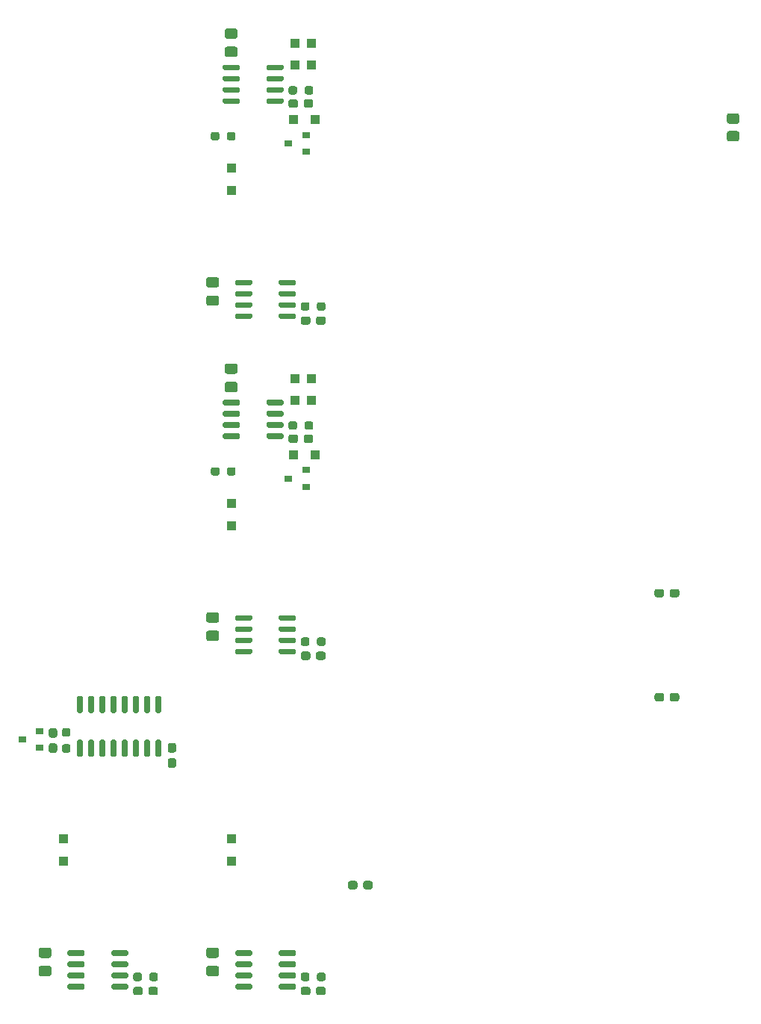
<source format=gbp>
%TF.GenerationSoftware,KiCad,Pcbnew,5.1.9-73d0e3b20d~88~ubuntu20.04.1*%
%TF.CreationDate,2021-03-17T19:49:15+01:00*%
%TF.ProjectId,TestBoard,54657374-426f-4617-9264-2e6b69636164,rev?*%
%TF.SameCoordinates,Original*%
%TF.FileFunction,Paste,Bot*%
%TF.FilePolarity,Positive*%
%FSLAX46Y46*%
G04 Gerber Fmt 4.6, Leading zero omitted, Abs format (unit mm)*
G04 Created by KiCad (PCBNEW 5.1.9-73d0e3b20d~88~ubuntu20.04.1) date 2021-03-17 19:49:15*
%MOMM*%
%LPD*%
G01*
G04 APERTURE LIST*
%ADD10R,0.900000X0.800000*%
%ADD11R,1.000000X1.000000*%
G04 APERTURE END LIST*
%TO.C,C17*%
G36*
G01*
X83637500Y-155375000D02*
X83162500Y-155375000D01*
G75*
G02*
X82925000Y-155137500I0J237500D01*
G01*
X82925000Y-154537500D01*
G75*
G02*
X83162500Y-154300000I237500J0D01*
G01*
X83637500Y-154300000D01*
G75*
G02*
X83875000Y-154537500I0J-237500D01*
G01*
X83875000Y-155137500D01*
G75*
G02*
X83637500Y-155375000I-237500J0D01*
G01*
G37*
G36*
G01*
X83637500Y-157100000D02*
X83162500Y-157100000D01*
G75*
G02*
X82925000Y-156862500I0J237500D01*
G01*
X82925000Y-156262500D01*
G75*
G02*
X83162500Y-156025000I237500J0D01*
G01*
X83637500Y-156025000D01*
G75*
G02*
X83875000Y-156262500I0J-237500D01*
G01*
X83875000Y-156862500D01*
G75*
G02*
X83637500Y-157100000I-237500J0D01*
G01*
G37*
%TD*%
%TO.C,U12*%
G36*
G01*
X95500000Y-182055000D02*
X95500000Y-181755000D01*
G75*
G02*
X95650000Y-181605000I150000J0D01*
G01*
X97300000Y-181605000D01*
G75*
G02*
X97450000Y-181755000I0J-150000D01*
G01*
X97450000Y-182055000D01*
G75*
G02*
X97300000Y-182205000I-150000J0D01*
G01*
X95650000Y-182205000D01*
G75*
G02*
X95500000Y-182055000I0J150000D01*
G01*
G37*
G36*
G01*
X95500000Y-180785000D02*
X95500000Y-180485000D01*
G75*
G02*
X95650000Y-180335000I150000J0D01*
G01*
X97300000Y-180335000D01*
G75*
G02*
X97450000Y-180485000I0J-150000D01*
G01*
X97450000Y-180785000D01*
G75*
G02*
X97300000Y-180935000I-150000J0D01*
G01*
X95650000Y-180935000D01*
G75*
G02*
X95500000Y-180785000I0J150000D01*
G01*
G37*
G36*
G01*
X95500000Y-179515000D02*
X95500000Y-179215000D01*
G75*
G02*
X95650000Y-179065000I150000J0D01*
G01*
X97300000Y-179065000D01*
G75*
G02*
X97450000Y-179215000I0J-150000D01*
G01*
X97450000Y-179515000D01*
G75*
G02*
X97300000Y-179665000I-150000J0D01*
G01*
X95650000Y-179665000D01*
G75*
G02*
X95500000Y-179515000I0J150000D01*
G01*
G37*
G36*
G01*
X95500000Y-178245000D02*
X95500000Y-177945000D01*
G75*
G02*
X95650000Y-177795000I150000J0D01*
G01*
X97300000Y-177795000D01*
G75*
G02*
X97450000Y-177945000I0J-150000D01*
G01*
X97450000Y-178245000D01*
G75*
G02*
X97300000Y-178395000I-150000J0D01*
G01*
X95650000Y-178395000D01*
G75*
G02*
X95500000Y-178245000I0J150000D01*
G01*
G37*
G36*
G01*
X90550000Y-178245000D02*
X90550000Y-177945000D01*
G75*
G02*
X90700000Y-177795000I150000J0D01*
G01*
X92350000Y-177795000D01*
G75*
G02*
X92500000Y-177945000I0J-150000D01*
G01*
X92500000Y-178245000D01*
G75*
G02*
X92350000Y-178395000I-150000J0D01*
G01*
X90700000Y-178395000D01*
G75*
G02*
X90550000Y-178245000I0J150000D01*
G01*
G37*
G36*
G01*
X90550000Y-179515000D02*
X90550000Y-179215000D01*
G75*
G02*
X90700000Y-179065000I150000J0D01*
G01*
X92350000Y-179065000D01*
G75*
G02*
X92500000Y-179215000I0J-150000D01*
G01*
X92500000Y-179515000D01*
G75*
G02*
X92350000Y-179665000I-150000J0D01*
G01*
X90700000Y-179665000D01*
G75*
G02*
X90550000Y-179515000I0J150000D01*
G01*
G37*
G36*
G01*
X90550000Y-180785000D02*
X90550000Y-180485000D01*
G75*
G02*
X90700000Y-180335000I150000J0D01*
G01*
X92350000Y-180335000D01*
G75*
G02*
X92500000Y-180485000I0J-150000D01*
G01*
X92500000Y-180785000D01*
G75*
G02*
X92350000Y-180935000I-150000J0D01*
G01*
X90700000Y-180935000D01*
G75*
G02*
X90550000Y-180785000I0J150000D01*
G01*
G37*
G36*
G01*
X90550000Y-182055000D02*
X90550000Y-181755000D01*
G75*
G02*
X90700000Y-181605000I150000J0D01*
G01*
X92350000Y-181605000D01*
G75*
G02*
X92500000Y-181755000I0J-150000D01*
G01*
X92500000Y-182055000D01*
G75*
G02*
X92350000Y-182205000I-150000J0D01*
G01*
X90700000Y-182205000D01*
G75*
G02*
X90550000Y-182055000I0J150000D01*
G01*
G37*
%TD*%
%TO.C,U11*%
G36*
G01*
X76500000Y-182055000D02*
X76500000Y-181755000D01*
G75*
G02*
X76650000Y-181605000I150000J0D01*
G01*
X78300000Y-181605000D01*
G75*
G02*
X78450000Y-181755000I0J-150000D01*
G01*
X78450000Y-182055000D01*
G75*
G02*
X78300000Y-182205000I-150000J0D01*
G01*
X76650000Y-182205000D01*
G75*
G02*
X76500000Y-182055000I0J150000D01*
G01*
G37*
G36*
G01*
X76500000Y-180785000D02*
X76500000Y-180485000D01*
G75*
G02*
X76650000Y-180335000I150000J0D01*
G01*
X78300000Y-180335000D01*
G75*
G02*
X78450000Y-180485000I0J-150000D01*
G01*
X78450000Y-180785000D01*
G75*
G02*
X78300000Y-180935000I-150000J0D01*
G01*
X76650000Y-180935000D01*
G75*
G02*
X76500000Y-180785000I0J150000D01*
G01*
G37*
G36*
G01*
X76500000Y-179515000D02*
X76500000Y-179215000D01*
G75*
G02*
X76650000Y-179065000I150000J0D01*
G01*
X78300000Y-179065000D01*
G75*
G02*
X78450000Y-179215000I0J-150000D01*
G01*
X78450000Y-179515000D01*
G75*
G02*
X78300000Y-179665000I-150000J0D01*
G01*
X76650000Y-179665000D01*
G75*
G02*
X76500000Y-179515000I0J150000D01*
G01*
G37*
G36*
G01*
X76500000Y-178245000D02*
X76500000Y-177945000D01*
G75*
G02*
X76650000Y-177795000I150000J0D01*
G01*
X78300000Y-177795000D01*
G75*
G02*
X78450000Y-177945000I0J-150000D01*
G01*
X78450000Y-178245000D01*
G75*
G02*
X78300000Y-178395000I-150000J0D01*
G01*
X76650000Y-178395000D01*
G75*
G02*
X76500000Y-178245000I0J150000D01*
G01*
G37*
G36*
G01*
X71550000Y-178245000D02*
X71550000Y-177945000D01*
G75*
G02*
X71700000Y-177795000I150000J0D01*
G01*
X73350000Y-177795000D01*
G75*
G02*
X73500000Y-177945000I0J-150000D01*
G01*
X73500000Y-178245000D01*
G75*
G02*
X73350000Y-178395000I-150000J0D01*
G01*
X71700000Y-178395000D01*
G75*
G02*
X71550000Y-178245000I0J150000D01*
G01*
G37*
G36*
G01*
X71550000Y-179515000D02*
X71550000Y-179215000D01*
G75*
G02*
X71700000Y-179065000I150000J0D01*
G01*
X73350000Y-179065000D01*
G75*
G02*
X73500000Y-179215000I0J-150000D01*
G01*
X73500000Y-179515000D01*
G75*
G02*
X73350000Y-179665000I-150000J0D01*
G01*
X71700000Y-179665000D01*
G75*
G02*
X71550000Y-179515000I0J150000D01*
G01*
G37*
G36*
G01*
X71550000Y-180785000D02*
X71550000Y-180485000D01*
G75*
G02*
X71700000Y-180335000I150000J0D01*
G01*
X73350000Y-180335000D01*
G75*
G02*
X73500000Y-180485000I0J-150000D01*
G01*
X73500000Y-180785000D01*
G75*
G02*
X73350000Y-180935000I-150000J0D01*
G01*
X71700000Y-180935000D01*
G75*
G02*
X71550000Y-180785000I0J150000D01*
G01*
G37*
G36*
G01*
X71550000Y-182055000D02*
X71550000Y-181755000D01*
G75*
G02*
X71700000Y-181605000I150000J0D01*
G01*
X73350000Y-181605000D01*
G75*
G02*
X73500000Y-181755000I0J-150000D01*
G01*
X73500000Y-182055000D01*
G75*
G02*
X73350000Y-182205000I-150000J0D01*
G01*
X71700000Y-182205000D01*
G75*
G02*
X71550000Y-182055000I0J150000D01*
G01*
G37*
%TD*%
%TO.C,U10*%
G36*
G01*
X94100000Y-81655000D02*
X94100000Y-81355000D01*
G75*
G02*
X94250000Y-81205000I150000J0D01*
G01*
X95900000Y-81205000D01*
G75*
G02*
X96050000Y-81355000I0J-150000D01*
G01*
X96050000Y-81655000D01*
G75*
G02*
X95900000Y-81805000I-150000J0D01*
G01*
X94250000Y-81805000D01*
G75*
G02*
X94100000Y-81655000I0J150000D01*
G01*
G37*
G36*
G01*
X94100000Y-80385000D02*
X94100000Y-80085000D01*
G75*
G02*
X94250000Y-79935000I150000J0D01*
G01*
X95900000Y-79935000D01*
G75*
G02*
X96050000Y-80085000I0J-150000D01*
G01*
X96050000Y-80385000D01*
G75*
G02*
X95900000Y-80535000I-150000J0D01*
G01*
X94250000Y-80535000D01*
G75*
G02*
X94100000Y-80385000I0J150000D01*
G01*
G37*
G36*
G01*
X94100000Y-79115000D02*
X94100000Y-78815000D01*
G75*
G02*
X94250000Y-78665000I150000J0D01*
G01*
X95900000Y-78665000D01*
G75*
G02*
X96050000Y-78815000I0J-150000D01*
G01*
X96050000Y-79115000D01*
G75*
G02*
X95900000Y-79265000I-150000J0D01*
G01*
X94250000Y-79265000D01*
G75*
G02*
X94100000Y-79115000I0J150000D01*
G01*
G37*
G36*
G01*
X94100000Y-77845000D02*
X94100000Y-77545000D01*
G75*
G02*
X94250000Y-77395000I150000J0D01*
G01*
X95900000Y-77395000D01*
G75*
G02*
X96050000Y-77545000I0J-150000D01*
G01*
X96050000Y-77845000D01*
G75*
G02*
X95900000Y-77995000I-150000J0D01*
G01*
X94250000Y-77995000D01*
G75*
G02*
X94100000Y-77845000I0J150000D01*
G01*
G37*
G36*
G01*
X89150000Y-77845000D02*
X89150000Y-77545000D01*
G75*
G02*
X89300000Y-77395000I150000J0D01*
G01*
X90950000Y-77395000D01*
G75*
G02*
X91100000Y-77545000I0J-150000D01*
G01*
X91100000Y-77845000D01*
G75*
G02*
X90950000Y-77995000I-150000J0D01*
G01*
X89300000Y-77995000D01*
G75*
G02*
X89150000Y-77845000I0J150000D01*
G01*
G37*
G36*
G01*
X89150000Y-79115000D02*
X89150000Y-78815000D01*
G75*
G02*
X89300000Y-78665000I150000J0D01*
G01*
X90950000Y-78665000D01*
G75*
G02*
X91100000Y-78815000I0J-150000D01*
G01*
X91100000Y-79115000D01*
G75*
G02*
X90950000Y-79265000I-150000J0D01*
G01*
X89300000Y-79265000D01*
G75*
G02*
X89150000Y-79115000I0J150000D01*
G01*
G37*
G36*
G01*
X89150000Y-80385000D02*
X89150000Y-80085000D01*
G75*
G02*
X89300000Y-79935000I150000J0D01*
G01*
X90950000Y-79935000D01*
G75*
G02*
X91100000Y-80085000I0J-150000D01*
G01*
X91100000Y-80385000D01*
G75*
G02*
X90950000Y-80535000I-150000J0D01*
G01*
X89300000Y-80535000D01*
G75*
G02*
X89150000Y-80385000I0J150000D01*
G01*
G37*
G36*
G01*
X89150000Y-81655000D02*
X89150000Y-81355000D01*
G75*
G02*
X89300000Y-81205000I150000J0D01*
G01*
X90950000Y-81205000D01*
G75*
G02*
X91100000Y-81355000I0J-150000D01*
G01*
X91100000Y-81655000D01*
G75*
G02*
X90950000Y-81805000I-150000J0D01*
G01*
X89300000Y-81805000D01*
G75*
G02*
X89150000Y-81655000I0J150000D01*
G01*
G37*
%TD*%
%TO.C,U9*%
G36*
G01*
X95500000Y-106055000D02*
X95500000Y-105755000D01*
G75*
G02*
X95650000Y-105605000I150000J0D01*
G01*
X97300000Y-105605000D01*
G75*
G02*
X97450000Y-105755000I0J-150000D01*
G01*
X97450000Y-106055000D01*
G75*
G02*
X97300000Y-106205000I-150000J0D01*
G01*
X95650000Y-106205000D01*
G75*
G02*
X95500000Y-106055000I0J150000D01*
G01*
G37*
G36*
G01*
X95500000Y-104785000D02*
X95500000Y-104485000D01*
G75*
G02*
X95650000Y-104335000I150000J0D01*
G01*
X97300000Y-104335000D01*
G75*
G02*
X97450000Y-104485000I0J-150000D01*
G01*
X97450000Y-104785000D01*
G75*
G02*
X97300000Y-104935000I-150000J0D01*
G01*
X95650000Y-104935000D01*
G75*
G02*
X95500000Y-104785000I0J150000D01*
G01*
G37*
G36*
G01*
X95500000Y-103515000D02*
X95500000Y-103215000D01*
G75*
G02*
X95650000Y-103065000I150000J0D01*
G01*
X97300000Y-103065000D01*
G75*
G02*
X97450000Y-103215000I0J-150000D01*
G01*
X97450000Y-103515000D01*
G75*
G02*
X97300000Y-103665000I-150000J0D01*
G01*
X95650000Y-103665000D01*
G75*
G02*
X95500000Y-103515000I0J150000D01*
G01*
G37*
G36*
G01*
X95500000Y-102245000D02*
X95500000Y-101945000D01*
G75*
G02*
X95650000Y-101795000I150000J0D01*
G01*
X97300000Y-101795000D01*
G75*
G02*
X97450000Y-101945000I0J-150000D01*
G01*
X97450000Y-102245000D01*
G75*
G02*
X97300000Y-102395000I-150000J0D01*
G01*
X95650000Y-102395000D01*
G75*
G02*
X95500000Y-102245000I0J150000D01*
G01*
G37*
G36*
G01*
X90550000Y-102245000D02*
X90550000Y-101945000D01*
G75*
G02*
X90700000Y-101795000I150000J0D01*
G01*
X92350000Y-101795000D01*
G75*
G02*
X92500000Y-101945000I0J-150000D01*
G01*
X92500000Y-102245000D01*
G75*
G02*
X92350000Y-102395000I-150000J0D01*
G01*
X90700000Y-102395000D01*
G75*
G02*
X90550000Y-102245000I0J150000D01*
G01*
G37*
G36*
G01*
X90550000Y-103515000D02*
X90550000Y-103215000D01*
G75*
G02*
X90700000Y-103065000I150000J0D01*
G01*
X92350000Y-103065000D01*
G75*
G02*
X92500000Y-103215000I0J-150000D01*
G01*
X92500000Y-103515000D01*
G75*
G02*
X92350000Y-103665000I-150000J0D01*
G01*
X90700000Y-103665000D01*
G75*
G02*
X90550000Y-103515000I0J150000D01*
G01*
G37*
G36*
G01*
X90550000Y-104785000D02*
X90550000Y-104485000D01*
G75*
G02*
X90700000Y-104335000I150000J0D01*
G01*
X92350000Y-104335000D01*
G75*
G02*
X92500000Y-104485000I0J-150000D01*
G01*
X92500000Y-104785000D01*
G75*
G02*
X92350000Y-104935000I-150000J0D01*
G01*
X90700000Y-104935000D01*
G75*
G02*
X90550000Y-104785000I0J150000D01*
G01*
G37*
G36*
G01*
X90550000Y-106055000D02*
X90550000Y-105755000D01*
G75*
G02*
X90700000Y-105605000I150000J0D01*
G01*
X92350000Y-105605000D01*
G75*
G02*
X92500000Y-105755000I0J-150000D01*
G01*
X92500000Y-106055000D01*
G75*
G02*
X92350000Y-106205000I-150000J0D01*
G01*
X90700000Y-106205000D01*
G75*
G02*
X90550000Y-106055000I0J150000D01*
G01*
G37*
%TD*%
%TO.C,U8*%
G36*
G01*
X94100000Y-119655000D02*
X94100000Y-119355000D01*
G75*
G02*
X94250000Y-119205000I150000J0D01*
G01*
X95900000Y-119205000D01*
G75*
G02*
X96050000Y-119355000I0J-150000D01*
G01*
X96050000Y-119655000D01*
G75*
G02*
X95900000Y-119805000I-150000J0D01*
G01*
X94250000Y-119805000D01*
G75*
G02*
X94100000Y-119655000I0J150000D01*
G01*
G37*
G36*
G01*
X94100000Y-118385000D02*
X94100000Y-118085000D01*
G75*
G02*
X94250000Y-117935000I150000J0D01*
G01*
X95900000Y-117935000D01*
G75*
G02*
X96050000Y-118085000I0J-150000D01*
G01*
X96050000Y-118385000D01*
G75*
G02*
X95900000Y-118535000I-150000J0D01*
G01*
X94250000Y-118535000D01*
G75*
G02*
X94100000Y-118385000I0J150000D01*
G01*
G37*
G36*
G01*
X94100000Y-117115000D02*
X94100000Y-116815000D01*
G75*
G02*
X94250000Y-116665000I150000J0D01*
G01*
X95900000Y-116665000D01*
G75*
G02*
X96050000Y-116815000I0J-150000D01*
G01*
X96050000Y-117115000D01*
G75*
G02*
X95900000Y-117265000I-150000J0D01*
G01*
X94250000Y-117265000D01*
G75*
G02*
X94100000Y-117115000I0J150000D01*
G01*
G37*
G36*
G01*
X94100000Y-115845000D02*
X94100000Y-115545000D01*
G75*
G02*
X94250000Y-115395000I150000J0D01*
G01*
X95900000Y-115395000D01*
G75*
G02*
X96050000Y-115545000I0J-150000D01*
G01*
X96050000Y-115845000D01*
G75*
G02*
X95900000Y-115995000I-150000J0D01*
G01*
X94250000Y-115995000D01*
G75*
G02*
X94100000Y-115845000I0J150000D01*
G01*
G37*
G36*
G01*
X89150000Y-115845000D02*
X89150000Y-115545000D01*
G75*
G02*
X89300000Y-115395000I150000J0D01*
G01*
X90950000Y-115395000D01*
G75*
G02*
X91100000Y-115545000I0J-150000D01*
G01*
X91100000Y-115845000D01*
G75*
G02*
X90950000Y-115995000I-150000J0D01*
G01*
X89300000Y-115995000D01*
G75*
G02*
X89150000Y-115845000I0J150000D01*
G01*
G37*
G36*
G01*
X89150000Y-117115000D02*
X89150000Y-116815000D01*
G75*
G02*
X89300000Y-116665000I150000J0D01*
G01*
X90950000Y-116665000D01*
G75*
G02*
X91100000Y-116815000I0J-150000D01*
G01*
X91100000Y-117115000D01*
G75*
G02*
X90950000Y-117265000I-150000J0D01*
G01*
X89300000Y-117265000D01*
G75*
G02*
X89150000Y-117115000I0J150000D01*
G01*
G37*
G36*
G01*
X89150000Y-118385000D02*
X89150000Y-118085000D01*
G75*
G02*
X89300000Y-117935000I150000J0D01*
G01*
X90950000Y-117935000D01*
G75*
G02*
X91100000Y-118085000I0J-150000D01*
G01*
X91100000Y-118385000D01*
G75*
G02*
X90950000Y-118535000I-150000J0D01*
G01*
X89300000Y-118535000D01*
G75*
G02*
X89150000Y-118385000I0J150000D01*
G01*
G37*
G36*
G01*
X89150000Y-119655000D02*
X89150000Y-119355000D01*
G75*
G02*
X89300000Y-119205000I150000J0D01*
G01*
X90950000Y-119205000D01*
G75*
G02*
X91100000Y-119355000I0J-150000D01*
G01*
X91100000Y-119655000D01*
G75*
G02*
X90950000Y-119805000I-150000J0D01*
G01*
X89300000Y-119805000D01*
G75*
G02*
X89150000Y-119655000I0J150000D01*
G01*
G37*
%TD*%
%TO.C,U7*%
G36*
G01*
X95500000Y-144055000D02*
X95500000Y-143755000D01*
G75*
G02*
X95650000Y-143605000I150000J0D01*
G01*
X97300000Y-143605000D01*
G75*
G02*
X97450000Y-143755000I0J-150000D01*
G01*
X97450000Y-144055000D01*
G75*
G02*
X97300000Y-144205000I-150000J0D01*
G01*
X95650000Y-144205000D01*
G75*
G02*
X95500000Y-144055000I0J150000D01*
G01*
G37*
G36*
G01*
X95500000Y-142785000D02*
X95500000Y-142485000D01*
G75*
G02*
X95650000Y-142335000I150000J0D01*
G01*
X97300000Y-142335000D01*
G75*
G02*
X97450000Y-142485000I0J-150000D01*
G01*
X97450000Y-142785000D01*
G75*
G02*
X97300000Y-142935000I-150000J0D01*
G01*
X95650000Y-142935000D01*
G75*
G02*
X95500000Y-142785000I0J150000D01*
G01*
G37*
G36*
G01*
X95500000Y-141515000D02*
X95500000Y-141215000D01*
G75*
G02*
X95650000Y-141065000I150000J0D01*
G01*
X97300000Y-141065000D01*
G75*
G02*
X97450000Y-141215000I0J-150000D01*
G01*
X97450000Y-141515000D01*
G75*
G02*
X97300000Y-141665000I-150000J0D01*
G01*
X95650000Y-141665000D01*
G75*
G02*
X95500000Y-141515000I0J150000D01*
G01*
G37*
G36*
G01*
X95500000Y-140245000D02*
X95500000Y-139945000D01*
G75*
G02*
X95650000Y-139795000I150000J0D01*
G01*
X97300000Y-139795000D01*
G75*
G02*
X97450000Y-139945000I0J-150000D01*
G01*
X97450000Y-140245000D01*
G75*
G02*
X97300000Y-140395000I-150000J0D01*
G01*
X95650000Y-140395000D01*
G75*
G02*
X95500000Y-140245000I0J150000D01*
G01*
G37*
G36*
G01*
X90550000Y-140245000D02*
X90550000Y-139945000D01*
G75*
G02*
X90700000Y-139795000I150000J0D01*
G01*
X92350000Y-139795000D01*
G75*
G02*
X92500000Y-139945000I0J-150000D01*
G01*
X92500000Y-140245000D01*
G75*
G02*
X92350000Y-140395000I-150000J0D01*
G01*
X90700000Y-140395000D01*
G75*
G02*
X90550000Y-140245000I0J150000D01*
G01*
G37*
G36*
G01*
X90550000Y-141515000D02*
X90550000Y-141215000D01*
G75*
G02*
X90700000Y-141065000I150000J0D01*
G01*
X92350000Y-141065000D01*
G75*
G02*
X92500000Y-141215000I0J-150000D01*
G01*
X92500000Y-141515000D01*
G75*
G02*
X92350000Y-141665000I-150000J0D01*
G01*
X90700000Y-141665000D01*
G75*
G02*
X90550000Y-141515000I0J150000D01*
G01*
G37*
G36*
G01*
X90550000Y-142785000D02*
X90550000Y-142485000D01*
G75*
G02*
X90700000Y-142335000I150000J0D01*
G01*
X92350000Y-142335000D01*
G75*
G02*
X92500000Y-142485000I0J-150000D01*
G01*
X92500000Y-142785000D01*
G75*
G02*
X92350000Y-142935000I-150000J0D01*
G01*
X90700000Y-142935000D01*
G75*
G02*
X90550000Y-142785000I0J150000D01*
G01*
G37*
G36*
G01*
X90550000Y-144055000D02*
X90550000Y-143755000D01*
G75*
G02*
X90700000Y-143605000I150000J0D01*
G01*
X92350000Y-143605000D01*
G75*
G02*
X92500000Y-143755000I0J-150000D01*
G01*
X92500000Y-144055000D01*
G75*
G02*
X92350000Y-144205000I-150000J0D01*
G01*
X90700000Y-144205000D01*
G75*
G02*
X90550000Y-144055000I0J150000D01*
G01*
G37*
%TD*%
%TO.C,U4*%
G36*
G01*
X72805000Y-153900000D02*
X73105000Y-153900000D01*
G75*
G02*
X73255000Y-154050000I0J-150000D01*
G01*
X73255000Y-155700000D01*
G75*
G02*
X73105000Y-155850000I-150000J0D01*
G01*
X72805000Y-155850000D01*
G75*
G02*
X72655000Y-155700000I0J150000D01*
G01*
X72655000Y-154050000D01*
G75*
G02*
X72805000Y-153900000I150000J0D01*
G01*
G37*
G36*
G01*
X74075000Y-153900000D02*
X74375000Y-153900000D01*
G75*
G02*
X74525000Y-154050000I0J-150000D01*
G01*
X74525000Y-155700000D01*
G75*
G02*
X74375000Y-155850000I-150000J0D01*
G01*
X74075000Y-155850000D01*
G75*
G02*
X73925000Y-155700000I0J150000D01*
G01*
X73925000Y-154050000D01*
G75*
G02*
X74075000Y-153900000I150000J0D01*
G01*
G37*
G36*
G01*
X75345000Y-153900000D02*
X75645000Y-153900000D01*
G75*
G02*
X75795000Y-154050000I0J-150000D01*
G01*
X75795000Y-155700000D01*
G75*
G02*
X75645000Y-155850000I-150000J0D01*
G01*
X75345000Y-155850000D01*
G75*
G02*
X75195000Y-155700000I0J150000D01*
G01*
X75195000Y-154050000D01*
G75*
G02*
X75345000Y-153900000I150000J0D01*
G01*
G37*
G36*
G01*
X76615000Y-153900000D02*
X76915000Y-153900000D01*
G75*
G02*
X77065000Y-154050000I0J-150000D01*
G01*
X77065000Y-155700000D01*
G75*
G02*
X76915000Y-155850000I-150000J0D01*
G01*
X76615000Y-155850000D01*
G75*
G02*
X76465000Y-155700000I0J150000D01*
G01*
X76465000Y-154050000D01*
G75*
G02*
X76615000Y-153900000I150000J0D01*
G01*
G37*
G36*
G01*
X77885000Y-153900000D02*
X78185000Y-153900000D01*
G75*
G02*
X78335000Y-154050000I0J-150000D01*
G01*
X78335000Y-155700000D01*
G75*
G02*
X78185000Y-155850000I-150000J0D01*
G01*
X77885000Y-155850000D01*
G75*
G02*
X77735000Y-155700000I0J150000D01*
G01*
X77735000Y-154050000D01*
G75*
G02*
X77885000Y-153900000I150000J0D01*
G01*
G37*
G36*
G01*
X79155000Y-153900000D02*
X79455000Y-153900000D01*
G75*
G02*
X79605000Y-154050000I0J-150000D01*
G01*
X79605000Y-155700000D01*
G75*
G02*
X79455000Y-155850000I-150000J0D01*
G01*
X79155000Y-155850000D01*
G75*
G02*
X79005000Y-155700000I0J150000D01*
G01*
X79005000Y-154050000D01*
G75*
G02*
X79155000Y-153900000I150000J0D01*
G01*
G37*
G36*
G01*
X80425000Y-153900000D02*
X80725000Y-153900000D01*
G75*
G02*
X80875000Y-154050000I0J-150000D01*
G01*
X80875000Y-155700000D01*
G75*
G02*
X80725000Y-155850000I-150000J0D01*
G01*
X80425000Y-155850000D01*
G75*
G02*
X80275000Y-155700000I0J150000D01*
G01*
X80275000Y-154050000D01*
G75*
G02*
X80425000Y-153900000I150000J0D01*
G01*
G37*
G36*
G01*
X81695000Y-153900000D02*
X81995000Y-153900000D01*
G75*
G02*
X82145000Y-154050000I0J-150000D01*
G01*
X82145000Y-155700000D01*
G75*
G02*
X81995000Y-155850000I-150000J0D01*
G01*
X81695000Y-155850000D01*
G75*
G02*
X81545000Y-155700000I0J150000D01*
G01*
X81545000Y-154050000D01*
G75*
G02*
X81695000Y-153900000I150000J0D01*
G01*
G37*
G36*
G01*
X81695000Y-148950000D02*
X81995000Y-148950000D01*
G75*
G02*
X82145000Y-149100000I0J-150000D01*
G01*
X82145000Y-150750000D01*
G75*
G02*
X81995000Y-150900000I-150000J0D01*
G01*
X81695000Y-150900000D01*
G75*
G02*
X81545000Y-150750000I0J150000D01*
G01*
X81545000Y-149100000D01*
G75*
G02*
X81695000Y-148950000I150000J0D01*
G01*
G37*
G36*
G01*
X80425000Y-148950000D02*
X80725000Y-148950000D01*
G75*
G02*
X80875000Y-149100000I0J-150000D01*
G01*
X80875000Y-150750000D01*
G75*
G02*
X80725000Y-150900000I-150000J0D01*
G01*
X80425000Y-150900000D01*
G75*
G02*
X80275000Y-150750000I0J150000D01*
G01*
X80275000Y-149100000D01*
G75*
G02*
X80425000Y-148950000I150000J0D01*
G01*
G37*
G36*
G01*
X79155000Y-148950000D02*
X79455000Y-148950000D01*
G75*
G02*
X79605000Y-149100000I0J-150000D01*
G01*
X79605000Y-150750000D01*
G75*
G02*
X79455000Y-150900000I-150000J0D01*
G01*
X79155000Y-150900000D01*
G75*
G02*
X79005000Y-150750000I0J150000D01*
G01*
X79005000Y-149100000D01*
G75*
G02*
X79155000Y-148950000I150000J0D01*
G01*
G37*
G36*
G01*
X77885000Y-148950000D02*
X78185000Y-148950000D01*
G75*
G02*
X78335000Y-149100000I0J-150000D01*
G01*
X78335000Y-150750000D01*
G75*
G02*
X78185000Y-150900000I-150000J0D01*
G01*
X77885000Y-150900000D01*
G75*
G02*
X77735000Y-150750000I0J150000D01*
G01*
X77735000Y-149100000D01*
G75*
G02*
X77885000Y-148950000I150000J0D01*
G01*
G37*
G36*
G01*
X76615000Y-148950000D02*
X76915000Y-148950000D01*
G75*
G02*
X77065000Y-149100000I0J-150000D01*
G01*
X77065000Y-150750000D01*
G75*
G02*
X76915000Y-150900000I-150000J0D01*
G01*
X76615000Y-150900000D01*
G75*
G02*
X76465000Y-150750000I0J150000D01*
G01*
X76465000Y-149100000D01*
G75*
G02*
X76615000Y-148950000I150000J0D01*
G01*
G37*
G36*
G01*
X75345000Y-148950000D02*
X75645000Y-148950000D01*
G75*
G02*
X75795000Y-149100000I0J-150000D01*
G01*
X75795000Y-150750000D01*
G75*
G02*
X75645000Y-150900000I-150000J0D01*
G01*
X75345000Y-150900000D01*
G75*
G02*
X75195000Y-150750000I0J150000D01*
G01*
X75195000Y-149100000D01*
G75*
G02*
X75345000Y-148950000I150000J0D01*
G01*
G37*
G36*
G01*
X74075000Y-148950000D02*
X74375000Y-148950000D01*
G75*
G02*
X74525000Y-149100000I0J-150000D01*
G01*
X74525000Y-150750000D01*
G75*
G02*
X74375000Y-150900000I-150000J0D01*
G01*
X74075000Y-150900000D01*
G75*
G02*
X73925000Y-150750000I0J150000D01*
G01*
X73925000Y-149100000D01*
G75*
G02*
X74075000Y-148950000I150000J0D01*
G01*
G37*
G36*
G01*
X72805000Y-148950000D02*
X73105000Y-148950000D01*
G75*
G02*
X73255000Y-149100000I0J-150000D01*
G01*
X73255000Y-150750000D01*
G75*
G02*
X73105000Y-150900000I-150000J0D01*
G01*
X72805000Y-150900000D01*
G75*
G02*
X72655000Y-150750000I0J150000D01*
G01*
X72655000Y-149100000D01*
G75*
G02*
X72805000Y-148950000I150000J0D01*
G01*
G37*
%TD*%
D10*
%TO.C,U1*%
X66400000Y-153900000D03*
X68400000Y-154850000D03*
X68400000Y-152950000D03*
%TD*%
%TO.C,R10*%
G36*
G01*
X99825000Y-181037500D02*
X99825000Y-180562500D01*
G75*
G02*
X100062500Y-180325000I237500J0D01*
G01*
X100562500Y-180325000D01*
G75*
G02*
X100800000Y-180562500I0J-237500D01*
G01*
X100800000Y-181037500D01*
G75*
G02*
X100562500Y-181275000I-237500J0D01*
G01*
X100062500Y-181275000D01*
G75*
G02*
X99825000Y-181037500I0J237500D01*
G01*
G37*
G36*
G01*
X98000000Y-181037500D02*
X98000000Y-180562500D01*
G75*
G02*
X98237500Y-180325000I237500J0D01*
G01*
X98737500Y-180325000D01*
G75*
G02*
X98975000Y-180562500I0J-237500D01*
G01*
X98975000Y-181037500D01*
G75*
G02*
X98737500Y-181275000I-237500J0D01*
G01*
X98237500Y-181275000D01*
G75*
G02*
X98000000Y-181037500I0J237500D01*
G01*
G37*
%TD*%
%TO.C,R9*%
G36*
G01*
X80825000Y-181037500D02*
X80825000Y-180562500D01*
G75*
G02*
X81062500Y-180325000I237500J0D01*
G01*
X81562500Y-180325000D01*
G75*
G02*
X81800000Y-180562500I0J-237500D01*
G01*
X81800000Y-181037500D01*
G75*
G02*
X81562500Y-181275000I-237500J0D01*
G01*
X81062500Y-181275000D01*
G75*
G02*
X80825000Y-181037500I0J237500D01*
G01*
G37*
G36*
G01*
X79000000Y-181037500D02*
X79000000Y-180562500D01*
G75*
G02*
X79237500Y-180325000I237500J0D01*
G01*
X79737500Y-180325000D01*
G75*
G02*
X79975000Y-180562500I0J-237500D01*
G01*
X79975000Y-181037500D01*
G75*
G02*
X79737500Y-181275000I-237500J0D01*
G01*
X79237500Y-181275000D01*
G75*
G02*
X79000000Y-181037500I0J237500D01*
G01*
G37*
%TD*%
%TO.C,R8*%
G36*
G01*
X89625000Y-85737500D02*
X89625000Y-85262500D01*
G75*
G02*
X89862500Y-85025000I237500J0D01*
G01*
X90362500Y-85025000D01*
G75*
G02*
X90600000Y-85262500I0J-237500D01*
G01*
X90600000Y-85737500D01*
G75*
G02*
X90362500Y-85975000I-237500J0D01*
G01*
X89862500Y-85975000D01*
G75*
G02*
X89625000Y-85737500I0J237500D01*
G01*
G37*
G36*
G01*
X87800000Y-85737500D02*
X87800000Y-85262500D01*
G75*
G02*
X88037500Y-85025000I237500J0D01*
G01*
X88537500Y-85025000D01*
G75*
G02*
X88775000Y-85262500I0J-237500D01*
G01*
X88775000Y-85737500D01*
G75*
G02*
X88537500Y-85975000I-237500J0D01*
G01*
X88037500Y-85975000D01*
G75*
G02*
X87800000Y-85737500I0J237500D01*
G01*
G37*
%TD*%
%TO.C,R7*%
G36*
G01*
X98425000Y-80537500D02*
X98425000Y-80062500D01*
G75*
G02*
X98662500Y-79825000I237500J0D01*
G01*
X99162500Y-79825000D01*
G75*
G02*
X99400000Y-80062500I0J-237500D01*
G01*
X99400000Y-80537500D01*
G75*
G02*
X99162500Y-80775000I-237500J0D01*
G01*
X98662500Y-80775000D01*
G75*
G02*
X98425000Y-80537500I0J237500D01*
G01*
G37*
G36*
G01*
X96600000Y-80537500D02*
X96600000Y-80062500D01*
G75*
G02*
X96837500Y-79825000I237500J0D01*
G01*
X97337500Y-79825000D01*
G75*
G02*
X97575000Y-80062500I0J-237500D01*
G01*
X97575000Y-80537500D01*
G75*
G02*
X97337500Y-80775000I-237500J0D01*
G01*
X96837500Y-80775000D01*
G75*
G02*
X96600000Y-80537500I0J237500D01*
G01*
G37*
%TD*%
%TO.C,R6*%
G36*
G01*
X99825000Y-105037500D02*
X99825000Y-104562500D01*
G75*
G02*
X100062500Y-104325000I237500J0D01*
G01*
X100562500Y-104325000D01*
G75*
G02*
X100800000Y-104562500I0J-237500D01*
G01*
X100800000Y-105037500D01*
G75*
G02*
X100562500Y-105275000I-237500J0D01*
G01*
X100062500Y-105275000D01*
G75*
G02*
X99825000Y-105037500I0J237500D01*
G01*
G37*
G36*
G01*
X98000000Y-105037500D02*
X98000000Y-104562500D01*
G75*
G02*
X98237500Y-104325000I237500J0D01*
G01*
X98737500Y-104325000D01*
G75*
G02*
X98975000Y-104562500I0J-237500D01*
G01*
X98975000Y-105037500D01*
G75*
G02*
X98737500Y-105275000I-237500J0D01*
G01*
X98237500Y-105275000D01*
G75*
G02*
X98000000Y-105037500I0J237500D01*
G01*
G37*
%TD*%
%TO.C,R5*%
G36*
G01*
X89625000Y-123737500D02*
X89625000Y-123262500D01*
G75*
G02*
X89862500Y-123025000I237500J0D01*
G01*
X90362500Y-123025000D01*
G75*
G02*
X90600000Y-123262500I0J-237500D01*
G01*
X90600000Y-123737500D01*
G75*
G02*
X90362500Y-123975000I-237500J0D01*
G01*
X89862500Y-123975000D01*
G75*
G02*
X89625000Y-123737500I0J237500D01*
G01*
G37*
G36*
G01*
X87800000Y-123737500D02*
X87800000Y-123262500D01*
G75*
G02*
X88037500Y-123025000I237500J0D01*
G01*
X88537500Y-123025000D01*
G75*
G02*
X88775000Y-123262500I0J-237500D01*
G01*
X88775000Y-123737500D01*
G75*
G02*
X88537500Y-123975000I-237500J0D01*
G01*
X88037500Y-123975000D01*
G75*
G02*
X87800000Y-123737500I0J237500D01*
G01*
G37*
%TD*%
%TO.C,R4*%
G36*
G01*
X98425000Y-118537500D02*
X98425000Y-118062500D01*
G75*
G02*
X98662500Y-117825000I237500J0D01*
G01*
X99162500Y-117825000D01*
G75*
G02*
X99400000Y-118062500I0J-237500D01*
G01*
X99400000Y-118537500D01*
G75*
G02*
X99162500Y-118775000I-237500J0D01*
G01*
X98662500Y-118775000D01*
G75*
G02*
X98425000Y-118537500I0J237500D01*
G01*
G37*
G36*
G01*
X96600000Y-118537500D02*
X96600000Y-118062500D01*
G75*
G02*
X96837500Y-117825000I237500J0D01*
G01*
X97337500Y-117825000D01*
G75*
G02*
X97575000Y-118062500I0J-237500D01*
G01*
X97575000Y-118537500D01*
G75*
G02*
X97337500Y-118775000I-237500J0D01*
G01*
X96837500Y-118775000D01*
G75*
G02*
X96600000Y-118537500I0J237500D01*
G01*
G37*
%TD*%
%TO.C,R3*%
G36*
G01*
X99825000Y-143037500D02*
X99825000Y-142562500D01*
G75*
G02*
X100062500Y-142325000I237500J0D01*
G01*
X100562500Y-142325000D01*
G75*
G02*
X100800000Y-142562500I0J-237500D01*
G01*
X100800000Y-143037500D01*
G75*
G02*
X100562500Y-143275000I-237500J0D01*
G01*
X100062500Y-143275000D01*
G75*
G02*
X99825000Y-143037500I0J237500D01*
G01*
G37*
G36*
G01*
X98000000Y-143037500D02*
X98000000Y-142562500D01*
G75*
G02*
X98237500Y-142325000I237500J0D01*
G01*
X98737500Y-142325000D01*
G75*
G02*
X98975000Y-142562500I0J-237500D01*
G01*
X98975000Y-143037500D01*
G75*
G02*
X98737500Y-143275000I-237500J0D01*
G01*
X98237500Y-143275000D01*
G75*
G02*
X98000000Y-143037500I0J237500D01*
G01*
G37*
%TD*%
%TO.C,R2*%
G36*
G01*
X147450001Y-84100000D02*
X146549999Y-84100000D01*
G75*
G02*
X146300000Y-83850001I0J249999D01*
G01*
X146300000Y-83149999D01*
G75*
G02*
X146549999Y-82900000I249999J0D01*
G01*
X147450001Y-82900000D01*
G75*
G02*
X147700000Y-83149999I0J-249999D01*
G01*
X147700000Y-83850001D01*
G75*
G02*
X147450001Y-84100000I-249999J0D01*
G01*
G37*
G36*
G01*
X147450001Y-86100000D02*
X146549999Y-86100000D01*
G75*
G02*
X146300000Y-85850001I0J249999D01*
G01*
X146300000Y-85149999D01*
G75*
G02*
X146549999Y-84900000I249999J0D01*
G01*
X147450001Y-84900000D01*
G75*
G02*
X147700000Y-85149999I0J-249999D01*
G01*
X147700000Y-85850001D01*
G75*
G02*
X147450001Y-86100000I-249999J0D01*
G01*
G37*
%TD*%
%TO.C,R1*%
G36*
G01*
X71637500Y-153575000D02*
X71162500Y-153575000D01*
G75*
G02*
X70925000Y-153337500I0J237500D01*
G01*
X70925000Y-152837500D01*
G75*
G02*
X71162500Y-152600000I237500J0D01*
G01*
X71637500Y-152600000D01*
G75*
G02*
X71875000Y-152837500I0J-237500D01*
G01*
X71875000Y-153337500D01*
G75*
G02*
X71637500Y-153575000I-237500J0D01*
G01*
G37*
G36*
G01*
X71637500Y-155400000D02*
X71162500Y-155400000D01*
G75*
G02*
X70925000Y-155162500I0J237500D01*
G01*
X70925000Y-154662500D01*
G75*
G02*
X71162500Y-154425000I237500J0D01*
G01*
X71637500Y-154425000D01*
G75*
G02*
X71875000Y-154662500I0J-237500D01*
G01*
X71875000Y-155162500D01*
G75*
G02*
X71637500Y-155400000I-237500J0D01*
G01*
G37*
%TD*%
%TO.C,Q2*%
X96600000Y-86300000D03*
X98600000Y-87250000D03*
X98600000Y-85350000D03*
%TD*%
%TO.C,Q1*%
X96600000Y-124300000D03*
X98600000Y-125250000D03*
X98600000Y-123350000D03*
%TD*%
D11*
%TO.C,D10*%
X90100000Y-167650000D03*
X90100000Y-165150000D03*
%TD*%
%TO.C,D9*%
X71100000Y-167650000D03*
X71100000Y-165150000D03*
%TD*%
%TO.C,D8*%
X99650000Y-83600000D03*
X97150000Y-83600000D03*
%TD*%
%TO.C,D7*%
X99200000Y-77450000D03*
X99200000Y-74950000D03*
%TD*%
%TO.C,D6*%
X97300000Y-77450000D03*
X97300000Y-74950000D03*
%TD*%
%TO.C,D5*%
X90100000Y-91650000D03*
X90100000Y-89150000D03*
%TD*%
%TO.C,D4*%
X99650000Y-121600000D03*
X97150000Y-121600000D03*
%TD*%
%TO.C,D3*%
X99200000Y-115450000D03*
X99200000Y-112950000D03*
%TD*%
%TO.C,D2*%
X97300000Y-115450000D03*
X97300000Y-112950000D03*
%TD*%
%TO.C,D1*%
X90100000Y-129650000D03*
X90100000Y-127150000D03*
%TD*%
%TO.C,C16*%
G36*
G01*
X88475000Y-178650000D02*
X87525000Y-178650000D01*
G75*
G02*
X87275000Y-178400000I0J250000D01*
G01*
X87275000Y-177725000D01*
G75*
G02*
X87525000Y-177475000I250000J0D01*
G01*
X88475000Y-177475000D01*
G75*
G02*
X88725000Y-177725000I0J-250000D01*
G01*
X88725000Y-178400000D01*
G75*
G02*
X88475000Y-178650000I-250000J0D01*
G01*
G37*
G36*
G01*
X88475000Y-180725000D02*
X87525000Y-180725000D01*
G75*
G02*
X87275000Y-180475000I0J250000D01*
G01*
X87275000Y-179800000D01*
G75*
G02*
X87525000Y-179550000I250000J0D01*
G01*
X88475000Y-179550000D01*
G75*
G02*
X88725000Y-179800000I0J-250000D01*
G01*
X88725000Y-180475000D01*
G75*
G02*
X88475000Y-180725000I-250000J0D01*
G01*
G37*
%TD*%
%TO.C,C15*%
G36*
G01*
X99725000Y-182637500D02*
X99725000Y-182162500D01*
G75*
G02*
X99962500Y-181925000I237500J0D01*
G01*
X100562500Y-181925000D01*
G75*
G02*
X100800000Y-182162500I0J-237500D01*
G01*
X100800000Y-182637500D01*
G75*
G02*
X100562500Y-182875000I-237500J0D01*
G01*
X99962500Y-182875000D01*
G75*
G02*
X99725000Y-182637500I0J237500D01*
G01*
G37*
G36*
G01*
X98000000Y-182637500D02*
X98000000Y-182162500D01*
G75*
G02*
X98237500Y-181925000I237500J0D01*
G01*
X98837500Y-181925000D01*
G75*
G02*
X99075000Y-182162500I0J-237500D01*
G01*
X99075000Y-182637500D01*
G75*
G02*
X98837500Y-182875000I-237500J0D01*
G01*
X98237500Y-182875000D01*
G75*
G02*
X98000000Y-182637500I0J237500D01*
G01*
G37*
%TD*%
%TO.C,C14*%
G36*
G01*
X69475000Y-178650000D02*
X68525000Y-178650000D01*
G75*
G02*
X68275000Y-178400000I0J250000D01*
G01*
X68275000Y-177725000D01*
G75*
G02*
X68525000Y-177475000I250000J0D01*
G01*
X69475000Y-177475000D01*
G75*
G02*
X69725000Y-177725000I0J-250000D01*
G01*
X69725000Y-178400000D01*
G75*
G02*
X69475000Y-178650000I-250000J0D01*
G01*
G37*
G36*
G01*
X69475000Y-180725000D02*
X68525000Y-180725000D01*
G75*
G02*
X68275000Y-180475000I0J250000D01*
G01*
X68275000Y-179800000D01*
G75*
G02*
X68525000Y-179550000I250000J0D01*
G01*
X69475000Y-179550000D01*
G75*
G02*
X69725000Y-179800000I0J-250000D01*
G01*
X69725000Y-180475000D01*
G75*
G02*
X69475000Y-180725000I-250000J0D01*
G01*
G37*
%TD*%
%TO.C,C13*%
G36*
G01*
X80725000Y-182637500D02*
X80725000Y-182162500D01*
G75*
G02*
X80962500Y-181925000I237500J0D01*
G01*
X81562500Y-181925000D01*
G75*
G02*
X81800000Y-182162500I0J-237500D01*
G01*
X81800000Y-182637500D01*
G75*
G02*
X81562500Y-182875000I-237500J0D01*
G01*
X80962500Y-182875000D01*
G75*
G02*
X80725000Y-182637500I0J237500D01*
G01*
G37*
G36*
G01*
X79000000Y-182637500D02*
X79000000Y-182162500D01*
G75*
G02*
X79237500Y-181925000I237500J0D01*
G01*
X79837500Y-181925000D01*
G75*
G02*
X80075000Y-182162500I0J-237500D01*
G01*
X80075000Y-182637500D01*
G75*
G02*
X79837500Y-182875000I-237500J0D01*
G01*
X79237500Y-182875000D01*
G75*
G02*
X79000000Y-182637500I0J237500D01*
G01*
G37*
%TD*%
%TO.C,C12*%
G36*
G01*
X89625000Y-75350000D02*
X90575000Y-75350000D01*
G75*
G02*
X90825000Y-75600000I0J-250000D01*
G01*
X90825000Y-76275000D01*
G75*
G02*
X90575000Y-76525000I-250000J0D01*
G01*
X89625000Y-76525000D01*
G75*
G02*
X89375000Y-76275000I0J250000D01*
G01*
X89375000Y-75600000D01*
G75*
G02*
X89625000Y-75350000I250000J0D01*
G01*
G37*
G36*
G01*
X89625000Y-73275000D02*
X90575000Y-73275000D01*
G75*
G02*
X90825000Y-73525000I0J-250000D01*
G01*
X90825000Y-74200000D01*
G75*
G02*
X90575000Y-74450000I-250000J0D01*
G01*
X89625000Y-74450000D01*
G75*
G02*
X89375000Y-74200000I0J250000D01*
G01*
X89375000Y-73525000D01*
G75*
G02*
X89625000Y-73275000I250000J0D01*
G01*
G37*
%TD*%
%TO.C,C11*%
G36*
G01*
X98325000Y-82037500D02*
X98325000Y-81562500D01*
G75*
G02*
X98562500Y-81325000I237500J0D01*
G01*
X99162500Y-81325000D01*
G75*
G02*
X99400000Y-81562500I0J-237500D01*
G01*
X99400000Y-82037500D01*
G75*
G02*
X99162500Y-82275000I-237500J0D01*
G01*
X98562500Y-82275000D01*
G75*
G02*
X98325000Y-82037500I0J237500D01*
G01*
G37*
G36*
G01*
X96600000Y-82037500D02*
X96600000Y-81562500D01*
G75*
G02*
X96837500Y-81325000I237500J0D01*
G01*
X97437500Y-81325000D01*
G75*
G02*
X97675000Y-81562500I0J-237500D01*
G01*
X97675000Y-82037500D01*
G75*
G02*
X97437500Y-82275000I-237500J0D01*
G01*
X96837500Y-82275000D01*
G75*
G02*
X96600000Y-82037500I0J237500D01*
G01*
G37*
%TD*%
%TO.C,C10*%
G36*
G01*
X88475000Y-102650000D02*
X87525000Y-102650000D01*
G75*
G02*
X87275000Y-102400000I0J250000D01*
G01*
X87275000Y-101725000D01*
G75*
G02*
X87525000Y-101475000I250000J0D01*
G01*
X88475000Y-101475000D01*
G75*
G02*
X88725000Y-101725000I0J-250000D01*
G01*
X88725000Y-102400000D01*
G75*
G02*
X88475000Y-102650000I-250000J0D01*
G01*
G37*
G36*
G01*
X88475000Y-104725000D02*
X87525000Y-104725000D01*
G75*
G02*
X87275000Y-104475000I0J250000D01*
G01*
X87275000Y-103800000D01*
G75*
G02*
X87525000Y-103550000I250000J0D01*
G01*
X88475000Y-103550000D01*
G75*
G02*
X88725000Y-103800000I0J-250000D01*
G01*
X88725000Y-104475000D01*
G75*
G02*
X88475000Y-104725000I-250000J0D01*
G01*
G37*
%TD*%
%TO.C,C9*%
G36*
G01*
X99725000Y-106637500D02*
X99725000Y-106162500D01*
G75*
G02*
X99962500Y-105925000I237500J0D01*
G01*
X100562500Y-105925000D01*
G75*
G02*
X100800000Y-106162500I0J-237500D01*
G01*
X100800000Y-106637500D01*
G75*
G02*
X100562500Y-106875000I-237500J0D01*
G01*
X99962500Y-106875000D01*
G75*
G02*
X99725000Y-106637500I0J237500D01*
G01*
G37*
G36*
G01*
X98000000Y-106637500D02*
X98000000Y-106162500D01*
G75*
G02*
X98237500Y-105925000I237500J0D01*
G01*
X98837500Y-105925000D01*
G75*
G02*
X99075000Y-106162500I0J-237500D01*
G01*
X99075000Y-106637500D01*
G75*
G02*
X98837500Y-106875000I-237500J0D01*
G01*
X98237500Y-106875000D01*
G75*
G02*
X98000000Y-106637500I0J237500D01*
G01*
G37*
%TD*%
%TO.C,C8*%
G36*
G01*
X89625000Y-113350000D02*
X90575000Y-113350000D01*
G75*
G02*
X90825000Y-113600000I0J-250000D01*
G01*
X90825000Y-114275000D01*
G75*
G02*
X90575000Y-114525000I-250000J0D01*
G01*
X89625000Y-114525000D01*
G75*
G02*
X89375000Y-114275000I0J250000D01*
G01*
X89375000Y-113600000D01*
G75*
G02*
X89625000Y-113350000I250000J0D01*
G01*
G37*
G36*
G01*
X89625000Y-111275000D02*
X90575000Y-111275000D01*
G75*
G02*
X90825000Y-111525000I0J-250000D01*
G01*
X90825000Y-112200000D01*
G75*
G02*
X90575000Y-112450000I-250000J0D01*
G01*
X89625000Y-112450000D01*
G75*
G02*
X89375000Y-112200000I0J250000D01*
G01*
X89375000Y-111525000D01*
G75*
G02*
X89625000Y-111275000I250000J0D01*
G01*
G37*
%TD*%
%TO.C,C7*%
G36*
G01*
X98325000Y-120037500D02*
X98325000Y-119562500D01*
G75*
G02*
X98562500Y-119325000I237500J0D01*
G01*
X99162500Y-119325000D01*
G75*
G02*
X99400000Y-119562500I0J-237500D01*
G01*
X99400000Y-120037500D01*
G75*
G02*
X99162500Y-120275000I-237500J0D01*
G01*
X98562500Y-120275000D01*
G75*
G02*
X98325000Y-120037500I0J237500D01*
G01*
G37*
G36*
G01*
X96600000Y-120037500D02*
X96600000Y-119562500D01*
G75*
G02*
X96837500Y-119325000I237500J0D01*
G01*
X97437500Y-119325000D01*
G75*
G02*
X97675000Y-119562500I0J-237500D01*
G01*
X97675000Y-120037500D01*
G75*
G02*
X97437500Y-120275000I-237500J0D01*
G01*
X96837500Y-120275000D01*
G75*
G02*
X96600000Y-120037500I0J237500D01*
G01*
G37*
%TD*%
%TO.C,C6*%
G36*
G01*
X88475000Y-140650000D02*
X87525000Y-140650000D01*
G75*
G02*
X87275000Y-140400000I0J250000D01*
G01*
X87275000Y-139725000D01*
G75*
G02*
X87525000Y-139475000I250000J0D01*
G01*
X88475000Y-139475000D01*
G75*
G02*
X88725000Y-139725000I0J-250000D01*
G01*
X88725000Y-140400000D01*
G75*
G02*
X88475000Y-140650000I-250000J0D01*
G01*
G37*
G36*
G01*
X88475000Y-142725000D02*
X87525000Y-142725000D01*
G75*
G02*
X87275000Y-142475000I0J250000D01*
G01*
X87275000Y-141800000D01*
G75*
G02*
X87525000Y-141550000I250000J0D01*
G01*
X88475000Y-141550000D01*
G75*
G02*
X88725000Y-141800000I0J-250000D01*
G01*
X88725000Y-142475000D01*
G75*
G02*
X88475000Y-142725000I-250000J0D01*
G01*
G37*
%TD*%
%TO.C,C5*%
G36*
G01*
X99725000Y-144637500D02*
X99725000Y-144162500D01*
G75*
G02*
X99962500Y-143925000I237500J0D01*
G01*
X100562500Y-143925000D01*
G75*
G02*
X100800000Y-144162500I0J-237500D01*
G01*
X100800000Y-144637500D01*
G75*
G02*
X100562500Y-144875000I-237500J0D01*
G01*
X99962500Y-144875000D01*
G75*
G02*
X99725000Y-144637500I0J237500D01*
G01*
G37*
G36*
G01*
X98000000Y-144637500D02*
X98000000Y-144162500D01*
G75*
G02*
X98237500Y-143925000I237500J0D01*
G01*
X98837500Y-143925000D01*
G75*
G02*
X99075000Y-144162500I0J-237500D01*
G01*
X99075000Y-144637500D01*
G75*
G02*
X98837500Y-144875000I-237500J0D01*
G01*
X98237500Y-144875000D01*
G75*
G02*
X98000000Y-144637500I0J237500D01*
G01*
G37*
%TD*%
%TO.C,C4*%
G36*
G01*
X139825000Y-137537500D02*
X139825000Y-137062500D01*
G75*
G02*
X140062500Y-136825000I237500J0D01*
G01*
X140662500Y-136825000D01*
G75*
G02*
X140900000Y-137062500I0J-237500D01*
G01*
X140900000Y-137537500D01*
G75*
G02*
X140662500Y-137775000I-237500J0D01*
G01*
X140062500Y-137775000D01*
G75*
G02*
X139825000Y-137537500I0J237500D01*
G01*
G37*
G36*
G01*
X138100000Y-137537500D02*
X138100000Y-137062500D01*
G75*
G02*
X138337500Y-136825000I237500J0D01*
G01*
X138937500Y-136825000D01*
G75*
G02*
X139175000Y-137062500I0J-237500D01*
G01*
X139175000Y-137537500D01*
G75*
G02*
X138937500Y-137775000I-237500J0D01*
G01*
X138337500Y-137775000D01*
G75*
G02*
X138100000Y-137537500I0J237500D01*
G01*
G37*
%TD*%
%TO.C,C3*%
G36*
G01*
X104425000Y-170162500D02*
X104425000Y-170637500D01*
G75*
G02*
X104187500Y-170875000I-237500J0D01*
G01*
X103587500Y-170875000D01*
G75*
G02*
X103350000Y-170637500I0J237500D01*
G01*
X103350000Y-170162500D01*
G75*
G02*
X103587500Y-169925000I237500J0D01*
G01*
X104187500Y-169925000D01*
G75*
G02*
X104425000Y-170162500I0J-237500D01*
G01*
G37*
G36*
G01*
X106150000Y-170162500D02*
X106150000Y-170637500D01*
G75*
G02*
X105912500Y-170875000I-237500J0D01*
G01*
X105312500Y-170875000D01*
G75*
G02*
X105075000Y-170637500I0J237500D01*
G01*
X105075000Y-170162500D01*
G75*
G02*
X105312500Y-169925000I237500J0D01*
G01*
X105912500Y-169925000D01*
G75*
G02*
X106150000Y-170162500I0J-237500D01*
G01*
G37*
%TD*%
%TO.C,C2*%
G36*
G01*
X69662500Y-154325000D02*
X70137500Y-154325000D01*
G75*
G02*
X70375000Y-154562500I0J-237500D01*
G01*
X70375000Y-155162500D01*
G75*
G02*
X70137500Y-155400000I-237500J0D01*
G01*
X69662500Y-155400000D01*
G75*
G02*
X69425000Y-155162500I0J237500D01*
G01*
X69425000Y-154562500D01*
G75*
G02*
X69662500Y-154325000I237500J0D01*
G01*
G37*
G36*
G01*
X69662500Y-152600000D02*
X70137500Y-152600000D01*
G75*
G02*
X70375000Y-152837500I0J-237500D01*
G01*
X70375000Y-153437500D01*
G75*
G02*
X70137500Y-153675000I-237500J0D01*
G01*
X69662500Y-153675000D01*
G75*
G02*
X69425000Y-153437500I0J237500D01*
G01*
X69425000Y-152837500D01*
G75*
G02*
X69662500Y-152600000I237500J0D01*
G01*
G37*
%TD*%
%TO.C,C1*%
G36*
G01*
X139825000Y-149337500D02*
X139825000Y-148862500D01*
G75*
G02*
X140062500Y-148625000I237500J0D01*
G01*
X140662500Y-148625000D01*
G75*
G02*
X140900000Y-148862500I0J-237500D01*
G01*
X140900000Y-149337500D01*
G75*
G02*
X140662500Y-149575000I-237500J0D01*
G01*
X140062500Y-149575000D01*
G75*
G02*
X139825000Y-149337500I0J237500D01*
G01*
G37*
G36*
G01*
X138100000Y-149337500D02*
X138100000Y-148862500D01*
G75*
G02*
X138337500Y-148625000I237500J0D01*
G01*
X138937500Y-148625000D01*
G75*
G02*
X139175000Y-148862500I0J-237500D01*
G01*
X139175000Y-149337500D01*
G75*
G02*
X138937500Y-149575000I-237500J0D01*
G01*
X138337500Y-149575000D01*
G75*
G02*
X138100000Y-149337500I0J237500D01*
G01*
G37*
%TD*%
M02*

</source>
